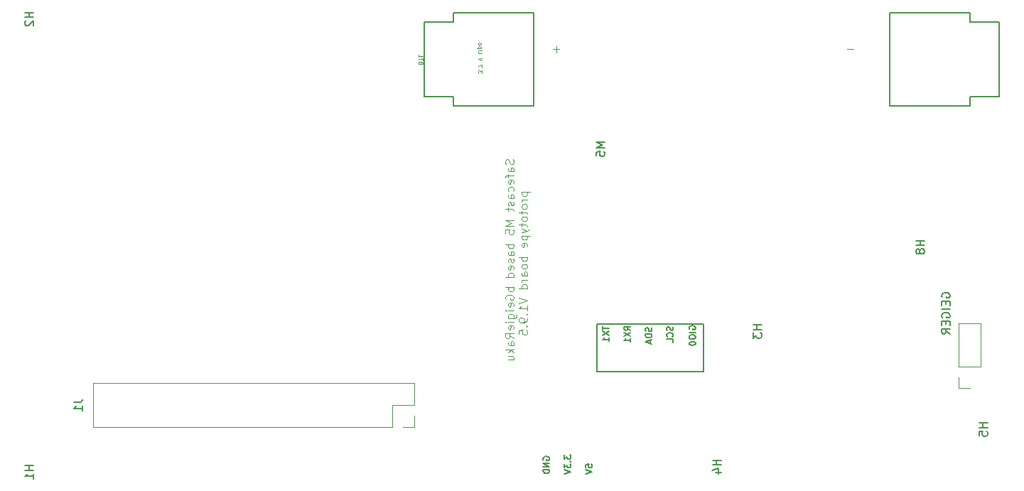
<source format=gbr>
G04 #@! TF.GenerationSoftware,KiCad,Pcbnew,5.99.0-unknown-5127d6c77~91~ubuntu20.04.1*
G04 #@! TF.CreationDate,2020-10-08T17:45:23+09:00*
G04 #@! TF.ProjectId,M5_board_bGeigieRaku V1.9,4d355f62-6f61-4726-945f-624765696769,rev?*
G04 #@! TF.SameCoordinates,Original*
G04 #@! TF.FileFunction,Legend,Bot*
G04 #@! TF.FilePolarity,Positive*
%FSLAX46Y46*%
G04 Gerber Fmt 4.6, Leading zero omitted, Abs format (unit mm)*
G04 Created by KiCad (PCBNEW 5.99.0-unknown-5127d6c77~91~ubuntu20.04.1) date 2020-10-08 17:45:23*
%MOMM*%
%LPD*%
G01*
G04 APERTURE LIST*
%ADD10C,0.200000*%
%ADD11C,0.150000*%
%ADD12C,0.100000*%
%ADD13C,0.050000*%
%ADD14C,0.120000*%
%ADD15C,0.203200*%
G04 APERTURE END LIST*
D10*
X162661600Y-113867000D02*
X175361600Y-113867000D01*
X175361600Y-113867000D02*
X175361600Y-108152000D01*
X162661600Y-108152000D02*
X162661600Y-113867000D01*
X175361600Y-108152000D02*
X162661600Y-108152000D01*
D11*
X156317600Y-124388286D02*
X156281885Y-124316857D01*
X156281885Y-124209715D01*
X156317600Y-124102572D01*
X156389028Y-124031143D01*
X156460457Y-123995429D01*
X156603314Y-123959715D01*
X156710457Y-123959715D01*
X156853314Y-123995429D01*
X156924742Y-124031143D01*
X156996171Y-124102572D01*
X157031885Y-124209715D01*
X157031885Y-124281143D01*
X156996171Y-124388286D01*
X156960457Y-124424000D01*
X156710457Y-124424000D01*
X156710457Y-124281143D01*
X157031885Y-124745429D02*
X156281885Y-124745429D01*
X157031885Y-125174000D01*
X156281885Y-125174000D01*
X157031885Y-125531143D02*
X156281885Y-125531143D01*
X156281885Y-125709715D01*
X156317600Y-125816857D01*
X156389028Y-125888286D01*
X156460457Y-125924000D01*
X156603314Y-125959715D01*
X156710457Y-125959715D01*
X156853314Y-125924000D01*
X156924742Y-125888286D01*
X156996171Y-125816857D01*
X157031885Y-125709715D01*
X157031885Y-125531143D01*
X169188171Y-108638285D02*
X169223885Y-108745428D01*
X169223885Y-108924000D01*
X169188171Y-108995428D01*
X169152457Y-109031142D01*
X169081028Y-109066857D01*
X169009600Y-109066857D01*
X168938171Y-109031142D01*
X168902457Y-108995428D01*
X168866742Y-108924000D01*
X168831028Y-108781142D01*
X168795314Y-108709714D01*
X168759600Y-108674000D01*
X168688171Y-108638285D01*
X168616742Y-108638285D01*
X168545314Y-108674000D01*
X168509600Y-108709714D01*
X168473885Y-108781142D01*
X168473885Y-108959714D01*
X168509600Y-109066857D01*
X169223885Y-109388285D02*
X168473885Y-109388285D01*
X168473885Y-109566857D01*
X168509600Y-109674000D01*
X168581028Y-109745428D01*
X168652457Y-109781142D01*
X168795314Y-109816857D01*
X168902457Y-109816857D01*
X169045314Y-109781142D01*
X169116742Y-109745428D01*
X169188171Y-109674000D01*
X169223885Y-109566857D01*
X169223885Y-109388285D01*
X169009600Y-110102571D02*
X169009600Y-110459714D01*
X169223885Y-110031142D02*
X168473885Y-110281142D01*
X169223885Y-110531142D01*
X166683885Y-108912145D02*
X166326742Y-108662145D01*
X166683885Y-108483573D02*
X165933885Y-108483573D01*
X165933885Y-108769288D01*
X165969600Y-108840716D01*
X166005314Y-108876430D01*
X166076742Y-108912145D01*
X166183885Y-108912145D01*
X166255314Y-108876430D01*
X166291028Y-108840716D01*
X166326742Y-108769288D01*
X166326742Y-108483573D01*
X165933885Y-109162145D02*
X166683885Y-109662145D01*
X165933885Y-109662145D02*
X166683885Y-109162145D01*
X166683885Y-110340716D02*
X166683885Y-109912145D01*
X166683885Y-110126430D02*
X165933885Y-110126430D01*
X166041028Y-110055002D01*
X166112457Y-109983573D01*
X166148171Y-109912145D01*
D12*
X152736361Y-88579666D02*
X152783980Y-88722523D01*
X152783980Y-88960619D01*
X152736361Y-89055857D01*
X152688742Y-89103476D01*
X152593504Y-89151095D01*
X152498266Y-89151095D01*
X152403028Y-89103476D01*
X152355409Y-89055857D01*
X152307790Y-88960619D01*
X152260171Y-88770142D01*
X152212552Y-88674904D01*
X152164933Y-88627285D01*
X152069695Y-88579666D01*
X151974457Y-88579666D01*
X151879219Y-88627285D01*
X151831600Y-88674904D01*
X151783980Y-88770142D01*
X151783980Y-89008238D01*
X151831600Y-89151095D01*
X152783980Y-90008238D02*
X152260171Y-90008238D01*
X152164933Y-89960619D01*
X152117314Y-89865380D01*
X152117314Y-89674904D01*
X152164933Y-89579666D01*
X152736361Y-90008238D02*
X152783980Y-89913000D01*
X152783980Y-89674904D01*
X152736361Y-89579666D01*
X152641123Y-89532047D01*
X152545885Y-89532047D01*
X152450647Y-89579666D01*
X152403028Y-89674904D01*
X152403028Y-89913000D01*
X152355409Y-90008238D01*
X152117314Y-90341571D02*
X152117314Y-90722523D01*
X152783980Y-90484428D02*
X151926838Y-90484428D01*
X151831600Y-90532047D01*
X151783980Y-90627285D01*
X151783980Y-90722523D01*
X152736361Y-91436809D02*
X152783980Y-91341571D01*
X152783980Y-91151095D01*
X152736361Y-91055857D01*
X152641123Y-91008238D01*
X152260171Y-91008238D01*
X152164933Y-91055857D01*
X152117314Y-91151095D01*
X152117314Y-91341571D01*
X152164933Y-91436809D01*
X152260171Y-91484428D01*
X152355409Y-91484428D01*
X152450647Y-91008238D01*
X152736361Y-92341571D02*
X152783980Y-92246333D01*
X152783980Y-92055857D01*
X152736361Y-91960619D01*
X152688742Y-91913000D01*
X152593504Y-91865380D01*
X152307790Y-91865380D01*
X152212552Y-91913000D01*
X152164933Y-91960619D01*
X152117314Y-92055857D01*
X152117314Y-92246333D01*
X152164933Y-92341571D01*
X152783980Y-93198714D02*
X152260171Y-93198714D01*
X152164933Y-93151095D01*
X152117314Y-93055857D01*
X152117314Y-92865380D01*
X152164933Y-92770142D01*
X152736361Y-93198714D02*
X152783980Y-93103476D01*
X152783980Y-92865380D01*
X152736361Y-92770142D01*
X152641123Y-92722523D01*
X152545885Y-92722523D01*
X152450647Y-92770142D01*
X152403028Y-92865380D01*
X152403028Y-93103476D01*
X152355409Y-93198714D01*
X152736361Y-93627285D02*
X152783980Y-93722523D01*
X152783980Y-93913000D01*
X152736361Y-94008238D01*
X152641123Y-94055857D01*
X152593504Y-94055857D01*
X152498266Y-94008238D01*
X152450647Y-93913000D01*
X152450647Y-93770142D01*
X152403028Y-93674904D01*
X152307790Y-93627285D01*
X152260171Y-93627285D01*
X152164933Y-93674904D01*
X152117314Y-93770142D01*
X152117314Y-93913000D01*
X152164933Y-94008238D01*
X152117314Y-94341571D02*
X152117314Y-94722523D01*
X151783980Y-94484428D02*
X152641123Y-94484428D01*
X152736361Y-94532047D01*
X152783980Y-94627285D01*
X152783980Y-94722523D01*
X152783980Y-95817761D02*
X151783980Y-95817761D01*
X152498266Y-96151095D01*
X151783980Y-96484428D01*
X152783980Y-96484428D01*
X151783980Y-97436809D02*
X151783980Y-96960619D01*
X152260171Y-96913000D01*
X152212552Y-96960619D01*
X152164933Y-97055857D01*
X152164933Y-97293952D01*
X152212552Y-97389190D01*
X152260171Y-97436809D01*
X152355409Y-97484428D01*
X152593504Y-97484428D01*
X152688742Y-97436809D01*
X152736361Y-97389190D01*
X152783980Y-97293952D01*
X152783980Y-97055857D01*
X152736361Y-96960619D01*
X152688742Y-96913000D01*
X152783980Y-98674904D02*
X151783980Y-98674904D01*
X152164933Y-98674904D02*
X152117314Y-98770142D01*
X152117314Y-98960619D01*
X152164933Y-99055857D01*
X152212552Y-99103476D01*
X152307790Y-99151095D01*
X152593504Y-99151095D01*
X152688742Y-99103476D01*
X152736361Y-99055857D01*
X152783980Y-98960619D01*
X152783980Y-98770142D01*
X152736361Y-98674904D01*
X152783980Y-100008238D02*
X152260171Y-100008238D01*
X152164933Y-99960619D01*
X152117314Y-99865380D01*
X152117314Y-99674904D01*
X152164933Y-99579666D01*
X152736361Y-100008238D02*
X152783980Y-99913000D01*
X152783980Y-99674904D01*
X152736361Y-99579666D01*
X152641123Y-99532047D01*
X152545885Y-99532047D01*
X152450647Y-99579666D01*
X152403028Y-99674904D01*
X152403028Y-99913000D01*
X152355409Y-100008238D01*
X152736361Y-100436809D02*
X152783980Y-100532047D01*
X152783980Y-100722523D01*
X152736361Y-100817761D01*
X152641123Y-100865380D01*
X152593504Y-100865380D01*
X152498266Y-100817761D01*
X152450647Y-100722523D01*
X152450647Y-100579666D01*
X152403028Y-100484428D01*
X152307790Y-100436809D01*
X152260171Y-100436809D01*
X152164933Y-100484428D01*
X152117314Y-100579666D01*
X152117314Y-100722523D01*
X152164933Y-100817761D01*
X152736361Y-101674904D02*
X152783980Y-101579666D01*
X152783980Y-101389190D01*
X152736361Y-101293952D01*
X152641123Y-101246333D01*
X152260171Y-101246333D01*
X152164933Y-101293952D01*
X152117314Y-101389190D01*
X152117314Y-101579666D01*
X152164933Y-101674904D01*
X152260171Y-101722523D01*
X152355409Y-101722523D01*
X152450647Y-101246333D01*
X152783980Y-102579666D02*
X151783980Y-102579666D01*
X152736361Y-102579666D02*
X152783980Y-102484428D01*
X152783980Y-102293952D01*
X152736361Y-102198714D01*
X152688742Y-102151095D01*
X152593504Y-102103476D01*
X152307790Y-102103476D01*
X152212552Y-102151095D01*
X152164933Y-102198714D01*
X152117314Y-102293952D01*
X152117314Y-102484428D01*
X152164933Y-102579666D01*
X152783980Y-103817761D02*
X151783980Y-103817761D01*
X152164933Y-103817761D02*
X152117314Y-103913000D01*
X152117314Y-104103476D01*
X152164933Y-104198714D01*
X152212552Y-104246333D01*
X152307790Y-104293952D01*
X152593504Y-104293952D01*
X152688742Y-104246333D01*
X152736361Y-104198714D01*
X152783980Y-104103476D01*
X152783980Y-103913000D01*
X152736361Y-103817761D01*
X151831600Y-105246333D02*
X151783980Y-105151095D01*
X151783980Y-105008238D01*
X151831600Y-104865380D01*
X151926838Y-104770142D01*
X152022076Y-104722523D01*
X152212552Y-104674904D01*
X152355409Y-104674904D01*
X152545885Y-104722523D01*
X152641123Y-104770142D01*
X152736361Y-104865380D01*
X152783980Y-105008238D01*
X152783980Y-105103476D01*
X152736361Y-105246333D01*
X152688742Y-105293952D01*
X152355409Y-105293952D01*
X152355409Y-105103476D01*
X152736361Y-106103476D02*
X152783980Y-106008238D01*
X152783980Y-105817761D01*
X152736361Y-105722523D01*
X152641123Y-105674904D01*
X152260171Y-105674904D01*
X152164933Y-105722523D01*
X152117314Y-105817761D01*
X152117314Y-106008238D01*
X152164933Y-106103476D01*
X152260171Y-106151095D01*
X152355409Y-106151095D01*
X152450647Y-105674904D01*
X152783980Y-106579666D02*
X152117314Y-106579666D01*
X151783980Y-106579666D02*
X151831600Y-106532047D01*
X151879219Y-106579666D01*
X151831600Y-106627285D01*
X151783980Y-106579666D01*
X151879219Y-106579666D01*
X152117314Y-107484428D02*
X152926838Y-107484428D01*
X153022076Y-107436809D01*
X153069695Y-107389190D01*
X153117314Y-107293952D01*
X153117314Y-107151095D01*
X153069695Y-107055857D01*
X152736361Y-107484428D02*
X152783980Y-107389190D01*
X152783980Y-107198714D01*
X152736361Y-107103476D01*
X152688742Y-107055857D01*
X152593504Y-107008238D01*
X152307790Y-107008238D01*
X152212552Y-107055857D01*
X152164933Y-107103476D01*
X152117314Y-107198714D01*
X152117314Y-107389190D01*
X152164933Y-107484428D01*
X152783980Y-107960619D02*
X152117314Y-107960619D01*
X151783980Y-107960619D02*
X151831600Y-107913000D01*
X151879219Y-107960619D01*
X151831600Y-108008238D01*
X151783980Y-107960619D01*
X151879219Y-107960619D01*
X152736361Y-108817761D02*
X152783980Y-108722523D01*
X152783980Y-108532047D01*
X152736361Y-108436809D01*
X152641123Y-108389190D01*
X152260171Y-108389190D01*
X152164933Y-108436809D01*
X152117314Y-108532047D01*
X152117314Y-108722523D01*
X152164933Y-108817761D01*
X152260171Y-108865380D01*
X152355409Y-108865380D01*
X152450647Y-108389190D01*
X152783980Y-109865380D02*
X152307790Y-109532047D01*
X152783980Y-109293952D02*
X151783980Y-109293952D01*
X151783980Y-109674904D01*
X151831600Y-109770142D01*
X151879219Y-109817761D01*
X151974457Y-109865380D01*
X152117314Y-109865380D01*
X152212552Y-109817761D01*
X152260171Y-109770142D01*
X152307790Y-109674904D01*
X152307790Y-109293952D01*
X152783980Y-110722523D02*
X152260171Y-110722523D01*
X152164933Y-110674904D01*
X152117314Y-110579666D01*
X152117314Y-110389190D01*
X152164933Y-110293952D01*
X152736361Y-110722523D02*
X152783980Y-110627285D01*
X152783980Y-110389190D01*
X152736361Y-110293952D01*
X152641123Y-110246333D01*
X152545885Y-110246333D01*
X152450647Y-110293952D01*
X152403028Y-110389190D01*
X152403028Y-110627285D01*
X152355409Y-110722523D01*
X152783980Y-111198714D02*
X151783980Y-111198714D01*
X152403028Y-111293952D02*
X152783980Y-111579666D01*
X152117314Y-111579666D02*
X152498266Y-111198714D01*
X152117314Y-112436809D02*
X152783980Y-112436809D01*
X152117314Y-112008238D02*
X152641123Y-112008238D01*
X152736361Y-112055857D01*
X152783980Y-112151095D01*
X152783980Y-112293952D01*
X152736361Y-112389190D01*
X152688742Y-112436809D01*
X153727314Y-92436809D02*
X154727314Y-92436809D01*
X153774933Y-92436809D02*
X153727314Y-92532047D01*
X153727314Y-92722523D01*
X153774933Y-92817761D01*
X153822552Y-92865380D01*
X153917790Y-92913000D01*
X154203504Y-92913000D01*
X154298742Y-92865380D01*
X154346361Y-92817761D01*
X154393980Y-92722523D01*
X154393980Y-92532047D01*
X154346361Y-92436809D01*
X154393980Y-93341571D02*
X153727314Y-93341571D01*
X153917790Y-93341571D02*
X153822552Y-93389190D01*
X153774933Y-93436809D01*
X153727314Y-93532047D01*
X153727314Y-93627285D01*
X154393980Y-94103476D02*
X154346361Y-94008238D01*
X154298742Y-93960619D01*
X154203504Y-93913000D01*
X153917790Y-93913000D01*
X153822552Y-93960619D01*
X153774933Y-94008238D01*
X153727314Y-94103476D01*
X153727314Y-94246333D01*
X153774933Y-94341571D01*
X153822552Y-94389190D01*
X153917790Y-94436809D01*
X154203504Y-94436809D01*
X154298742Y-94389190D01*
X154346361Y-94341571D01*
X154393980Y-94246333D01*
X154393980Y-94103476D01*
X153727314Y-94722523D02*
X153727314Y-95103476D01*
X153393980Y-94865380D02*
X154251123Y-94865380D01*
X154346361Y-94913000D01*
X154393980Y-95008238D01*
X154393980Y-95103476D01*
X154393980Y-95579666D02*
X154346361Y-95484428D01*
X154298742Y-95436809D01*
X154203504Y-95389190D01*
X153917790Y-95389190D01*
X153822552Y-95436809D01*
X153774933Y-95484428D01*
X153727314Y-95579666D01*
X153727314Y-95722523D01*
X153774933Y-95817761D01*
X153822552Y-95865380D01*
X153917790Y-95913000D01*
X154203504Y-95913000D01*
X154298742Y-95865380D01*
X154346361Y-95817761D01*
X154393980Y-95722523D01*
X154393980Y-95579666D01*
X153727314Y-96198714D02*
X153727314Y-96579666D01*
X153393980Y-96341571D02*
X154251123Y-96341571D01*
X154346361Y-96389190D01*
X154393980Y-96484428D01*
X154393980Y-96579666D01*
X153727314Y-96817761D02*
X154393980Y-97055857D01*
X153727314Y-97293952D02*
X154393980Y-97055857D01*
X154632076Y-96960619D01*
X154679695Y-96913000D01*
X154727314Y-96817761D01*
X153727314Y-97674904D02*
X154727314Y-97674904D01*
X153774933Y-97674904D02*
X153727314Y-97770142D01*
X153727314Y-97960619D01*
X153774933Y-98055857D01*
X153822552Y-98103476D01*
X153917790Y-98151095D01*
X154203504Y-98151095D01*
X154298742Y-98103476D01*
X154346361Y-98055857D01*
X154393980Y-97960619D01*
X154393980Y-97770142D01*
X154346361Y-97674904D01*
X154346361Y-98960619D02*
X154393980Y-98865380D01*
X154393980Y-98674904D01*
X154346361Y-98579666D01*
X154251123Y-98532047D01*
X153870171Y-98532047D01*
X153774933Y-98579666D01*
X153727314Y-98674904D01*
X153727314Y-98865380D01*
X153774933Y-98960619D01*
X153870171Y-99008238D01*
X153965409Y-99008238D01*
X154060647Y-98532047D01*
X154393980Y-100198714D02*
X153393980Y-100198714D01*
X153774933Y-100198714D02*
X153727314Y-100293952D01*
X153727314Y-100484428D01*
X153774933Y-100579666D01*
X153822552Y-100627285D01*
X153917790Y-100674904D01*
X154203504Y-100674904D01*
X154298742Y-100627285D01*
X154346361Y-100579666D01*
X154393980Y-100484428D01*
X154393980Y-100293952D01*
X154346361Y-100198714D01*
X154393980Y-101246333D02*
X154346361Y-101151095D01*
X154298742Y-101103476D01*
X154203504Y-101055857D01*
X153917790Y-101055857D01*
X153822552Y-101103476D01*
X153774933Y-101151095D01*
X153727314Y-101246333D01*
X153727314Y-101389190D01*
X153774933Y-101484428D01*
X153822552Y-101532047D01*
X153917790Y-101579666D01*
X154203504Y-101579666D01*
X154298742Y-101532047D01*
X154346361Y-101484428D01*
X154393980Y-101389190D01*
X154393980Y-101246333D01*
X154393980Y-102436809D02*
X153870171Y-102436809D01*
X153774933Y-102389190D01*
X153727314Y-102293952D01*
X153727314Y-102103476D01*
X153774933Y-102008238D01*
X154346361Y-102436809D02*
X154393980Y-102341571D01*
X154393980Y-102103476D01*
X154346361Y-102008238D01*
X154251123Y-101960619D01*
X154155885Y-101960619D01*
X154060647Y-102008238D01*
X154013028Y-102103476D01*
X154013028Y-102341571D01*
X153965409Y-102436809D01*
X154393980Y-102913000D02*
X153727314Y-102913000D01*
X153917790Y-102913000D02*
X153822552Y-102960619D01*
X153774933Y-103008238D01*
X153727314Y-103103476D01*
X153727314Y-103198714D01*
X154393980Y-103960619D02*
X153393980Y-103960619D01*
X154346361Y-103960619D02*
X154393980Y-103865380D01*
X154393980Y-103674904D01*
X154346361Y-103579666D01*
X154298742Y-103532047D01*
X154203504Y-103484428D01*
X153917790Y-103484428D01*
X153822552Y-103532047D01*
X153774933Y-103579666D01*
X153727314Y-103674904D01*
X153727314Y-103865380D01*
X153774933Y-103960619D01*
X153393980Y-105055857D02*
X154393980Y-105389190D01*
X153393980Y-105722523D01*
X154393980Y-106579666D02*
X154393980Y-106008238D01*
X154393980Y-106293952D02*
X153393980Y-106293952D01*
X153536838Y-106198714D01*
X153632076Y-106103476D01*
X153679695Y-106008238D01*
X154298742Y-107008238D02*
X154346361Y-107055857D01*
X154393980Y-107008238D01*
X154346361Y-106960619D01*
X154298742Y-107008238D01*
X154393980Y-107008238D01*
X154393980Y-107532047D02*
X154393980Y-107722523D01*
X154346361Y-107817761D01*
X154298742Y-107865380D01*
X154155885Y-107960619D01*
X153965409Y-108008238D01*
X153584457Y-108008238D01*
X153489219Y-107960619D01*
X153441600Y-107913000D01*
X153393980Y-107817761D01*
X153393980Y-107627285D01*
X153441600Y-107532047D01*
X153489219Y-107484428D01*
X153584457Y-107436809D01*
X153822552Y-107436809D01*
X153917790Y-107484428D01*
X153965409Y-107532047D01*
X154013028Y-107627285D01*
X154013028Y-107817761D01*
X153965409Y-107913000D01*
X153917790Y-107960619D01*
X153822552Y-108008238D01*
X154298742Y-108436809D02*
X154346361Y-108484428D01*
X154393980Y-108436809D01*
X154346361Y-108389190D01*
X154298742Y-108436809D01*
X154393980Y-108436809D01*
X153393980Y-109389190D02*
X153393980Y-108913000D01*
X153870171Y-108865380D01*
X153822552Y-108913000D01*
X153774933Y-109008238D01*
X153774933Y-109246333D01*
X153822552Y-109341571D01*
X153870171Y-109389190D01*
X153965409Y-109436809D01*
X154203504Y-109436809D01*
X154298742Y-109389190D01*
X154346361Y-109341571D01*
X154393980Y-109246333D01*
X154393980Y-109008238D01*
X154346361Y-108913000D01*
X154298742Y-108865380D01*
D11*
X163393885Y-108465716D02*
X163393885Y-108894288D01*
X164143885Y-108680002D02*
X163393885Y-108680002D01*
X163393885Y-109072859D02*
X164143885Y-109572859D01*
X163393885Y-109572859D02*
X164143885Y-109072859D01*
X164143885Y-110251430D02*
X164143885Y-109822859D01*
X164143885Y-110037145D02*
X163393885Y-110037145D01*
X163501028Y-109965716D01*
X163572457Y-109894288D01*
X163608171Y-109822859D01*
X171728171Y-108501429D02*
X171763885Y-108608572D01*
X171763885Y-108787144D01*
X171728171Y-108858572D01*
X171692457Y-108894287D01*
X171621028Y-108930001D01*
X171549600Y-108930001D01*
X171478171Y-108894287D01*
X171442457Y-108858572D01*
X171406742Y-108787144D01*
X171371028Y-108644287D01*
X171335314Y-108572858D01*
X171299600Y-108537144D01*
X171228171Y-108501429D01*
X171156742Y-108501429D01*
X171085314Y-108537144D01*
X171049600Y-108572858D01*
X171013885Y-108644287D01*
X171013885Y-108822858D01*
X171049600Y-108930001D01*
X171692457Y-109680001D02*
X171728171Y-109644287D01*
X171763885Y-109537144D01*
X171763885Y-109465715D01*
X171728171Y-109358572D01*
X171656742Y-109287144D01*
X171585314Y-109251429D01*
X171442457Y-109215715D01*
X171335314Y-109215715D01*
X171192457Y-109251429D01*
X171121028Y-109287144D01*
X171049600Y-109358572D01*
X171013885Y-109465715D01*
X171013885Y-109537144D01*
X171049600Y-109644287D01*
X171085314Y-109680001D01*
X171763885Y-110358572D02*
X171763885Y-110001429D01*
X171013885Y-110001429D01*
X158821885Y-123781143D02*
X158821885Y-124245428D01*
X159107600Y-123995428D01*
X159107600Y-124102571D01*
X159143314Y-124174000D01*
X159179028Y-124209714D01*
X159250457Y-124245428D01*
X159429028Y-124245428D01*
X159500457Y-124209714D01*
X159536171Y-124174000D01*
X159571885Y-124102571D01*
X159571885Y-123888286D01*
X159536171Y-123816857D01*
X159500457Y-123781143D01*
X159500457Y-124566857D02*
X159536171Y-124602571D01*
X159571885Y-124566857D01*
X159536171Y-124531143D01*
X159500457Y-124566857D01*
X159571885Y-124566857D01*
X158821885Y-124852571D02*
X158821885Y-125316857D01*
X159107600Y-125066857D01*
X159107600Y-125174000D01*
X159143314Y-125245428D01*
X159179028Y-125281143D01*
X159250457Y-125316857D01*
X159429028Y-125316857D01*
X159500457Y-125281143D01*
X159536171Y-125245428D01*
X159571885Y-125174000D01*
X159571885Y-124959714D01*
X159536171Y-124888286D01*
X159500457Y-124852571D01*
X158821885Y-125531143D02*
X159571885Y-125781143D01*
X158821885Y-126031143D01*
X161361885Y-125281142D02*
X161361885Y-124924000D01*
X161719028Y-124888285D01*
X161683314Y-124924000D01*
X161647600Y-124995428D01*
X161647600Y-125174000D01*
X161683314Y-125245428D01*
X161719028Y-125281142D01*
X161790457Y-125316857D01*
X161969028Y-125316857D01*
X162040457Y-125281142D01*
X162076171Y-125245428D01*
X162111885Y-125174000D01*
X162111885Y-124995428D01*
X162076171Y-124924000D01*
X162040457Y-124888285D01*
X161361885Y-125531142D02*
X162111885Y-125781142D01*
X161361885Y-126031142D01*
X163621580Y-86514476D02*
X162621580Y-86514476D01*
X163335866Y-86847809D01*
X162621580Y-87181142D01*
X163621580Y-87181142D01*
X162621580Y-88133523D02*
X162621580Y-87657333D01*
X163097771Y-87609714D01*
X163050152Y-87657333D01*
X163002533Y-87752571D01*
X163002533Y-87990666D01*
X163050152Y-88085904D01*
X163097771Y-88133523D01*
X163193009Y-88181142D01*
X163431104Y-88181142D01*
X163526342Y-88133523D01*
X163573961Y-88085904D01*
X163621580Y-87990666D01*
X163621580Y-87752571D01*
X163573961Y-87657333D01*
X163526342Y-87609714D01*
X173716600Y-108816857D02*
X173680885Y-108745428D01*
X173680885Y-108638285D01*
X173716600Y-108531142D01*
X173788028Y-108459714D01*
X173859457Y-108424000D01*
X174002314Y-108388285D01*
X174109457Y-108388285D01*
X174252314Y-108424000D01*
X174323742Y-108459714D01*
X174395171Y-108531142D01*
X174430885Y-108638285D01*
X174430885Y-108709714D01*
X174395171Y-108816857D01*
X174359457Y-108852571D01*
X174109457Y-108852571D01*
X174109457Y-108709714D01*
X174430885Y-109174000D02*
X173680885Y-109174000D01*
X173680885Y-109674000D02*
X173680885Y-109816857D01*
X173716600Y-109888285D01*
X173788028Y-109959714D01*
X173930885Y-109995428D01*
X174180885Y-109995428D01*
X174323742Y-109959714D01*
X174395171Y-109888285D01*
X174430885Y-109816857D01*
X174430885Y-109674000D01*
X174395171Y-109602571D01*
X174323742Y-109531142D01*
X174180885Y-109495428D01*
X173930885Y-109495428D01*
X173788028Y-109531142D01*
X173716600Y-109602571D01*
X173680885Y-109674000D01*
X173680885Y-110459714D02*
X173680885Y-110531142D01*
X173716600Y-110602571D01*
X173752314Y-110638285D01*
X173823742Y-110674000D01*
X173966600Y-110709714D01*
X174145171Y-110709714D01*
X174288028Y-110674000D01*
X174359457Y-110638285D01*
X174395171Y-110602571D01*
X174430885Y-110531142D01*
X174430885Y-110459714D01*
X174395171Y-110388285D01*
X174359457Y-110352571D01*
X174288028Y-110316857D01*
X174145171Y-110281142D01*
X173966600Y-110281142D01*
X173823742Y-110316857D01*
X173752314Y-110352571D01*
X173716600Y-110388285D01*
X173680885Y-110459714D01*
X95549980Y-125043095D02*
X94549980Y-125043095D01*
X95026171Y-125043095D02*
X95026171Y-125614523D01*
X95549980Y-125614523D02*
X94549980Y-125614523D01*
X95549980Y-126614523D02*
X95549980Y-126043095D01*
X95549980Y-126328809D02*
X94549980Y-126328809D01*
X94692838Y-126233571D01*
X94788076Y-126138333D01*
X94835695Y-126043095D01*
X201722380Y-98246095D02*
X200722380Y-98246095D01*
X201198571Y-98246095D02*
X201198571Y-98817523D01*
X201722380Y-98817523D02*
X200722380Y-98817523D01*
X201150952Y-99436571D02*
X201103333Y-99341333D01*
X201055714Y-99293714D01*
X200960476Y-99246095D01*
X200912857Y-99246095D01*
X200817619Y-99293714D01*
X200770000Y-99341333D01*
X200722380Y-99436571D01*
X200722380Y-99627047D01*
X200770000Y-99722285D01*
X200817619Y-99769904D01*
X200912857Y-99817523D01*
X200960476Y-99817523D01*
X201055714Y-99769904D01*
X201103333Y-99722285D01*
X201150952Y-99627047D01*
X201150952Y-99436571D01*
X201198571Y-99341333D01*
X201246190Y-99293714D01*
X201341428Y-99246095D01*
X201531904Y-99246095D01*
X201627142Y-99293714D01*
X201674761Y-99341333D01*
X201722380Y-99436571D01*
X201722380Y-99627047D01*
X201674761Y-99722285D01*
X201627142Y-99769904D01*
X201531904Y-99817523D01*
X201341428Y-99817523D01*
X201246190Y-99769904D01*
X201198571Y-99722285D01*
X201150952Y-99627047D01*
X182290980Y-108279095D02*
X181290980Y-108279095D01*
X181767171Y-108279095D02*
X181767171Y-108850523D01*
X182290980Y-108850523D02*
X181290980Y-108850523D01*
X181290980Y-109231476D02*
X181290980Y-109850523D01*
X181671933Y-109517190D01*
X181671933Y-109660047D01*
X181719552Y-109755285D01*
X181767171Y-109802904D01*
X181862409Y-109850523D01*
X182100504Y-109850523D01*
X182195742Y-109802904D01*
X182243361Y-109755285D01*
X182290980Y-109660047D01*
X182290980Y-109374333D01*
X182243361Y-109279095D01*
X182195742Y-109231476D01*
X177464980Y-124408095D02*
X176464980Y-124408095D01*
X176941171Y-124408095D02*
X176941171Y-124979523D01*
X177464980Y-124979523D02*
X176464980Y-124979523D01*
X176798314Y-125884285D02*
X177464980Y-125884285D01*
X176417361Y-125646190D02*
X177131647Y-125408095D01*
X177131647Y-126027142D01*
X209215380Y-119963095D02*
X208215380Y-119963095D01*
X208691571Y-119963095D02*
X208691571Y-120534523D01*
X209215380Y-120534523D02*
X208215380Y-120534523D01*
X208215380Y-121486904D02*
X208215380Y-121010714D01*
X208691571Y-120963095D01*
X208643952Y-121010714D01*
X208596333Y-121105952D01*
X208596333Y-121344047D01*
X208643952Y-121439285D01*
X208691571Y-121486904D01*
X208786809Y-121534523D01*
X209024904Y-121534523D01*
X209120142Y-121486904D01*
X209167761Y-121439285D01*
X209215380Y-121344047D01*
X209215380Y-121105952D01*
X209167761Y-121010714D01*
X209120142Y-120963095D01*
X95549980Y-71068095D02*
X94549980Y-71068095D01*
X95026171Y-71068095D02*
X95026171Y-71639523D01*
X95549980Y-71639523D02*
X94549980Y-71639523D01*
X94645219Y-72068095D02*
X94597600Y-72115714D01*
X94549980Y-72210952D01*
X94549980Y-72449047D01*
X94597600Y-72544285D01*
X94645219Y-72591904D01*
X94740457Y-72639523D01*
X94835695Y-72639523D01*
X94978552Y-72591904D01*
X95549980Y-72020476D01*
X95549980Y-72639523D01*
X100391980Y-117510666D02*
X101106266Y-117510666D01*
X101249123Y-117463047D01*
X101344361Y-117367809D01*
X101391980Y-117224952D01*
X101391980Y-117129714D01*
X101391980Y-118510666D02*
X101391980Y-117939238D01*
X101391980Y-118224952D02*
X100391980Y-118224952D01*
X100534838Y-118129714D01*
X100630076Y-118034476D01*
X100677695Y-117939238D01*
D13*
X141690485Y-77033142D02*
X141667628Y-76964571D01*
X141644771Y-76941714D01*
X141599057Y-76918857D01*
X141530485Y-76918857D01*
X141484771Y-76941714D01*
X141461914Y-76964571D01*
X141439057Y-77010285D01*
X141439057Y-77193142D01*
X141919057Y-77193142D01*
X141919057Y-77033142D01*
X141896200Y-76987428D01*
X141873342Y-76964571D01*
X141827628Y-76941714D01*
X141781914Y-76941714D01*
X141736200Y-76964571D01*
X141713342Y-76987428D01*
X141690485Y-77033142D01*
X141690485Y-77193142D01*
X141919057Y-76781714D02*
X141919057Y-76507428D01*
X141439057Y-76644571D02*
X141919057Y-76644571D01*
X141439057Y-76096000D02*
X141439057Y-76370285D01*
X141439057Y-76233142D02*
X141919057Y-76233142D01*
X141850485Y-76278857D01*
X141804771Y-76324571D01*
X141781914Y-76370285D01*
X149005657Y-78290285D02*
X149005657Y-77993142D01*
X148822800Y-78153142D01*
X148822800Y-78084571D01*
X148799942Y-78038857D01*
X148777085Y-78016000D01*
X148731371Y-77993142D01*
X148617085Y-77993142D01*
X148571371Y-78016000D01*
X148548514Y-78038857D01*
X148525657Y-78084571D01*
X148525657Y-78221714D01*
X148548514Y-78267428D01*
X148571371Y-78290285D01*
X148571371Y-77787428D02*
X148548514Y-77764571D01*
X148525657Y-77787428D01*
X148548514Y-77810285D01*
X148571371Y-77787428D01*
X148525657Y-77787428D01*
X149005657Y-77604571D02*
X149005657Y-77284571D01*
X148525657Y-77490285D01*
X149005657Y-76804571D02*
X148525657Y-76644571D01*
X149005657Y-76484571D01*
X148525657Y-75730285D02*
X148525657Y-75958857D01*
X149005657Y-75958857D01*
X148525657Y-75570285D02*
X148845657Y-75570285D01*
X149005657Y-75570285D02*
X148982800Y-75593142D01*
X148959942Y-75570285D01*
X148982800Y-75547428D01*
X149005657Y-75570285D01*
X148959942Y-75570285D01*
X148845657Y-75341714D02*
X148365657Y-75341714D01*
X148822800Y-75341714D02*
X148845657Y-75296000D01*
X148845657Y-75204571D01*
X148822800Y-75158857D01*
X148799942Y-75136000D01*
X148754228Y-75113142D01*
X148617085Y-75113142D01*
X148571371Y-75136000D01*
X148548514Y-75158857D01*
X148525657Y-75204571D01*
X148525657Y-75296000D01*
X148548514Y-75341714D01*
X148525657Y-74838857D02*
X148548514Y-74884571D01*
X148571371Y-74907428D01*
X148617085Y-74930285D01*
X148754228Y-74930285D01*
X148799942Y-74907428D01*
X148822800Y-74884571D01*
X148845657Y-74838857D01*
X148845657Y-74770285D01*
X148822800Y-74724571D01*
X148799942Y-74701714D01*
X148754228Y-74678857D01*
X148617085Y-74678857D01*
X148571371Y-74701714D01*
X148548514Y-74724571D01*
X148525657Y-74770285D01*
X148525657Y-74838857D01*
X193268952Y-75457428D02*
X192507047Y-75457428D01*
X158216952Y-75457428D02*
X157455047Y-75457428D01*
X157836000Y-75838380D02*
X157836000Y-75076476D01*
D11*
X203818000Y-105001095D02*
X203770380Y-104905857D01*
X203770380Y-104763000D01*
X203818000Y-104620142D01*
X203913238Y-104524904D01*
X204008476Y-104477285D01*
X204198952Y-104429666D01*
X204341809Y-104429666D01*
X204532285Y-104477285D01*
X204627523Y-104524904D01*
X204722761Y-104620142D01*
X204770380Y-104763000D01*
X204770380Y-104858238D01*
X204722761Y-105001095D01*
X204675142Y-105048714D01*
X204341809Y-105048714D01*
X204341809Y-104858238D01*
X204246571Y-105477285D02*
X204246571Y-105810619D01*
X204770380Y-105953476D02*
X204770380Y-105477285D01*
X203770380Y-105477285D01*
X203770380Y-105953476D01*
X204770380Y-106382047D02*
X203770380Y-106382047D01*
X203818000Y-107382047D02*
X203770380Y-107286809D01*
X203770380Y-107143952D01*
X203818000Y-107001095D01*
X203913238Y-106905857D01*
X204008476Y-106858238D01*
X204198952Y-106810619D01*
X204341809Y-106810619D01*
X204532285Y-106858238D01*
X204627523Y-106905857D01*
X204722761Y-107001095D01*
X204770380Y-107143952D01*
X204770380Y-107239190D01*
X204722761Y-107382047D01*
X204675142Y-107429666D01*
X204341809Y-107429666D01*
X204341809Y-107239190D01*
X204246571Y-107858238D02*
X204246571Y-108191571D01*
X204770380Y-108334428D02*
X204770380Y-107858238D01*
X203770380Y-107858238D01*
X203770380Y-108334428D01*
X204770380Y-109334428D02*
X204294190Y-109001095D01*
X204770380Y-108763000D02*
X203770380Y-108763000D01*
X203770380Y-109143952D01*
X203818000Y-109239190D01*
X203865619Y-109286809D01*
X203960857Y-109334428D01*
X204103714Y-109334428D01*
X204198952Y-109286809D01*
X204246571Y-109239190D01*
X204294190Y-109143952D01*
X204294190Y-108763000D01*
D14*
X138294000Y-117844000D02*
X140894000Y-117844000D01*
X140894000Y-117844000D02*
X140894000Y-115244000D01*
X138294000Y-120444000D02*
X102674000Y-120444000D01*
X140894000Y-120444000D02*
X140894000Y-119114000D01*
X140894000Y-115244000D02*
X102674000Y-115244000D01*
X138294000Y-120444000D02*
X138294000Y-117844000D01*
X102674000Y-120444000D02*
X102674000Y-115244000D01*
X139564000Y-120444000D02*
X140894000Y-120444000D01*
D15*
X207143000Y-82228600D02*
X207143000Y-81111000D01*
X145613000Y-81091000D02*
X145613000Y-82208600D01*
X210622800Y-72221000D02*
X207143000Y-72221000D01*
X142133200Y-81091000D02*
X145613000Y-81091000D01*
X142133200Y-72201000D02*
X142133200Y-81091000D01*
X197608000Y-71103400D02*
X197608000Y-82228600D01*
X145613000Y-71083400D02*
X145613000Y-72201000D01*
X155148000Y-82208600D02*
X155148000Y-71083400D01*
X145613000Y-72201000D02*
X142133200Y-72201000D01*
X207143000Y-72221000D02*
X207143000Y-71103400D01*
X197608000Y-82228600D02*
X207143000Y-82228600D01*
X210622800Y-81111000D02*
X210622800Y-72221000D01*
X145613000Y-82208600D02*
X155148000Y-82208600D01*
X207143000Y-81111000D02*
X210622800Y-81111000D01*
X155148000Y-71083400D02*
X145613000Y-71083400D01*
X207143000Y-71103400D02*
X197608000Y-71103400D01*
D14*
X205782000Y-113232000D02*
X208442000Y-113232000D01*
X205782000Y-115832000D02*
X207112000Y-115832000D01*
X208442000Y-113232000D02*
X208442000Y-108092000D01*
X205782000Y-114502000D02*
X205782000Y-115832000D01*
X205782000Y-108092000D02*
X208442000Y-108092000D01*
X205782000Y-113232000D02*
X205782000Y-108092000D01*
M02*

</source>
